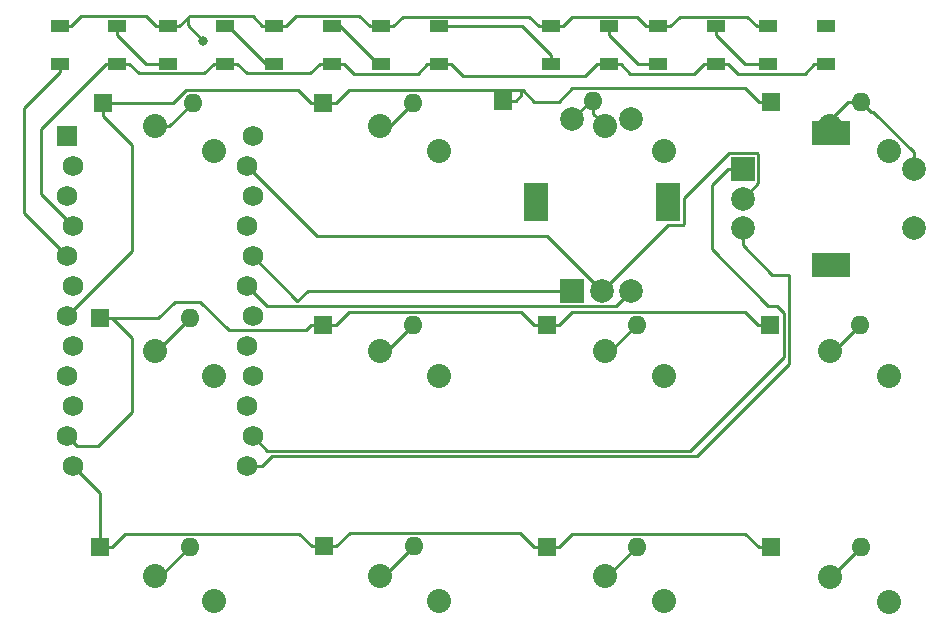
<source format=gbr>
G04 #@! TF.GenerationSoftware,KiCad,Pcbnew,(5.0.2)-1*
G04 #@! TF.CreationDate,2019-01-27T16:06:26-05:00*
G04 #@! TF.ProjectId,4x5macro,3478356d-6163-4726-9f2e-6b696361645f,rev?*
G04 #@! TF.SameCoordinates,Original*
G04 #@! TF.FileFunction,Copper,L1,Top*
G04 #@! TF.FilePolarity,Positive*
%FSLAX46Y46*%
G04 Gerber Fmt 4.6, Leading zero omitted, Abs format (unit mm)*
G04 Created by KiCad (PCBNEW (5.0.2)-1) date 1/27/2019 4:06:26 PM*
%MOMM*%
%LPD*%
G01*
G04 APERTURE LIST*
G04 #@! TA.AperFunction,ComponentPad*
%ADD10C,2.032000*%
G04 #@! TD*
G04 #@! TA.AperFunction,ComponentPad*
%ADD11R,2.000000X2.000000*%
G04 #@! TD*
G04 #@! TA.AperFunction,ComponentPad*
%ADD12C,2.000000*%
G04 #@! TD*
G04 #@! TA.AperFunction,ComponentPad*
%ADD13R,2.000000X3.200000*%
G04 #@! TD*
G04 #@! TA.AperFunction,ComponentPad*
%ADD14R,3.200000X2.000000*%
G04 #@! TD*
G04 #@! TA.AperFunction,ComponentPad*
%ADD15C,1.752600*%
G04 #@! TD*
G04 #@! TA.AperFunction,ComponentPad*
%ADD16R,1.752600X1.752600*%
G04 #@! TD*
G04 #@! TA.AperFunction,ComponentPad*
%ADD17R,1.600000X1.600000*%
G04 #@! TD*
G04 #@! TA.AperFunction,ComponentPad*
%ADD18O,1.600000X1.600000*%
G04 #@! TD*
G04 #@! TA.AperFunction,SMDPad,CuDef*
%ADD19R,1.500000X1.000000*%
G04 #@! TD*
G04 #@! TA.AperFunction,ViaPad*
%ADD20C,0.800000*%
G04 #@! TD*
G04 #@! TA.AperFunction,Conductor*
%ADD21C,0.250000*%
G04 #@! TD*
G04 APERTURE END LIST*
D10*
G04 #@! TO.P,SW9,1*
G04 #@! TO.N,Net-(D8-Pad2)*
X77724000Y-47059000D03*
G04 #@! TO.P,SW9,2*
G04 #@! TO.N,Net-(SW1-PadS1)*
X82724000Y-49159000D03*
G04 #@! TD*
D11*
G04 #@! TO.P,SW1,A*
G04 #@! TO.N,Net-(SW1-PadA)*
X74930000Y-41910000D03*
D12*
G04 #@! TO.P,SW1,C*
G04 #@! TO.N,Net-(SW1-PadC)*
X77430000Y-41910000D03*
G04 #@! TO.P,SW1,B*
G04 #@! TO.N,Net-(SW1-PadB)*
X79930000Y-41910000D03*
D13*
G04 #@! TO.P,SW1,MP*
G04 #@! TO.N,N/C*
X71830000Y-34410000D03*
X83030000Y-34410000D03*
D12*
G04 #@! TO.P,SW1,S2*
G04 #@! TO.N,Net-(D7-Pad2)*
X74930000Y-27410000D03*
G04 #@! TO.P,SW1,S1*
G04 #@! TO.N,Net-(SW1-PadS1)*
X79930000Y-27410000D03*
G04 #@! TD*
D11*
G04 #@! TO.P,SW14,A*
G04 #@! TO.N,Net-(SW14-PadA)*
X89344500Y-31623000D03*
D12*
G04 #@! TO.P,SW14,C*
G04 #@! TO.N,Net-(SW1-PadC)*
X89344500Y-34123000D03*
G04 #@! TO.P,SW14,B*
G04 #@! TO.N,Net-(SW14-PadB)*
X89344500Y-36623000D03*
D14*
G04 #@! TO.P,SW14,MP*
G04 #@! TO.N,N/C*
X96844500Y-28523000D03*
X96844500Y-39723000D03*
D12*
G04 #@! TO.P,SW14,S2*
G04 #@! TO.N,Net-(D10-Pad2)*
X103844500Y-31623000D03*
G04 #@! TO.P,SW14,S1*
G04 #@! TO.N,Net-(SW11-Pad2)*
X103844500Y-36623000D03*
G04 #@! TD*
D10*
G04 #@! TO.P,SW7,1*
G04 #@! TO.N,Net-(D6-Pad2)*
X58610500Y-66109000D03*
G04 #@! TO.P,SW7,2*
G04 #@! TO.N,Net-(SW5-Pad2)*
X63610500Y-68209000D03*
G04 #@! TD*
D15*
G04 #@! TO.P,U1,24*
G04 #@! TO.N,Net-(U1-Pad24)*
X47853600Y-28829000D03*
G04 #@! TO.P,U1,12*
G04 #@! TO.N,Net-(D12-Pad1)*
X32613600Y-56769000D03*
G04 #@! TO.P,U1,23*
G04 #@! TO.N,Net-(SW1-PadC)*
X47396400Y-31369000D03*
G04 #@! TO.P,U1,22*
G04 #@! TO.N,Net-(U1-Pad22)*
X47853600Y-33909000D03*
G04 #@! TO.P,U1,21*
G04 #@! TO.N,Net-(D13-Pad3)*
X47396400Y-36449000D03*
G04 #@! TO.P,U1,20*
G04 #@! TO.N,Net-(SW1-PadA)*
X47853600Y-38989000D03*
G04 #@! TO.P,U1,19*
G04 #@! TO.N,Net-(SW1-PadB)*
X47396400Y-41529000D03*
G04 #@! TO.P,U1,18*
G04 #@! TO.N,Net-(SW11-Pad2)*
X47853600Y-44069000D03*
G04 #@! TO.P,U1,17*
G04 #@! TO.N,Net-(SW1-PadS1)*
X47396400Y-46609000D03*
G04 #@! TO.P,U1,16*
G04 #@! TO.N,Net-(SW5-Pad2)*
X47853600Y-49149000D03*
G04 #@! TO.P,U1,15*
G04 #@! TO.N,Net-(SW2-Pad2)*
X47396400Y-51689000D03*
G04 #@! TO.P,U1,14*
G04 #@! TO.N,Net-(SW14-PadA)*
X47853600Y-54229000D03*
G04 #@! TO.P,U1,13*
G04 #@! TO.N,Net-(SW14-PadB)*
X47396400Y-56769000D03*
G04 #@! TO.P,U1,11*
G04 #@! TO.N,Net-(D11-Pad1)*
X32156400Y-54229000D03*
G04 #@! TO.P,U1,10*
G04 #@! TO.N,Net-(U1-Pad10)*
X32613600Y-51689000D03*
G04 #@! TO.P,U1,9*
G04 #@! TO.N,Net-(U1-Pad9)*
X32156400Y-49149000D03*
G04 #@! TO.P,U1,8*
G04 #@! TO.N,Net-(U1-Pad8)*
X32613600Y-46609000D03*
G04 #@! TO.P,U1,7*
G04 #@! TO.N,Net-(D1-Pad1)*
X32156400Y-44069000D03*
G04 #@! TO.P,U1,6*
G04 #@! TO.N,Net-(U1-Pad6)*
X32613600Y-41529000D03*
G04 #@! TO.P,U1,5*
G04 #@! TO.N,Net-(D13-Pad4)*
X32156400Y-38989000D03*
G04 #@! TO.P,U1,4*
G04 #@! TO.N,Net-(D13-Pad1)*
X32613600Y-36449000D03*
G04 #@! TO.P,U1,3*
G04 #@! TO.N,Net-(U1-Pad3)*
X32156400Y-33909000D03*
G04 #@! TO.P,U1,2*
G04 #@! TO.N,Net-(U1-Pad2)*
X32613600Y-31369000D03*
D16*
G04 #@! TO.P,U1,1*
G04 #@! TO.N,Net-(U1-Pad1)*
X32156400Y-28829000D03*
G04 #@! TD*
D10*
G04 #@! TO.P,SW4,1*
G04 #@! TO.N,Net-(D3-Pad2)*
X39624000Y-66109000D03*
G04 #@! TO.P,SW4,2*
G04 #@! TO.N,Net-(SW2-Pad2)*
X44624000Y-68209000D03*
G04 #@! TD*
G04 #@! TO.P,SW6,1*
G04 #@! TO.N,Net-(D5-Pad2)*
X58610500Y-47059000D03*
G04 #@! TO.P,SW6,2*
G04 #@! TO.N,Net-(SW5-Pad2)*
X63610500Y-49159000D03*
G04 #@! TD*
D17*
G04 #@! TO.P,D11,1*
G04 #@! TO.N,Net-(D11-Pad1)*
X91694000Y-44831000D03*
D18*
G04 #@! TO.P,D11,2*
G04 #@! TO.N,Net-(D11-Pad2)*
X99314000Y-44831000D03*
G04 #@! TD*
D10*
G04 #@! TO.P,SW11,1*
G04 #@! TO.N,Net-(D10-Pad2)*
X96774000Y-28009000D03*
G04 #@! TO.P,SW11,2*
G04 #@! TO.N,Net-(SW11-Pad2)*
X101774000Y-30109000D03*
G04 #@! TD*
G04 #@! TO.P,SW3,1*
G04 #@! TO.N,Net-(D2-Pad2)*
X39560500Y-47059000D03*
G04 #@! TO.P,SW3,2*
G04 #@! TO.N,Net-(SW2-Pad2)*
X44560500Y-49159000D03*
G04 #@! TD*
G04 #@! TO.P,SW2,1*
G04 #@! TO.N,Net-(D1-Pad2)*
X39560500Y-28009000D03*
G04 #@! TO.P,SW2,2*
G04 #@! TO.N,Net-(SW2-Pad2)*
X44560500Y-30109000D03*
G04 #@! TD*
G04 #@! TO.P,SW5,1*
G04 #@! TO.N,Net-(D4-Pad2)*
X58674000Y-28009000D03*
G04 #@! TO.P,SW5,2*
G04 #@! TO.N,Net-(SW5-Pad2)*
X63674000Y-30109000D03*
G04 #@! TD*
G04 #@! TO.P,SW8,1*
G04 #@! TO.N,Net-(D7-Pad2)*
X77660500Y-28009000D03*
G04 #@! TO.P,SW8,2*
G04 #@! TO.N,Net-(SW1-PadS1)*
X82660500Y-30109000D03*
G04 #@! TD*
G04 #@! TO.P,SW10,1*
G04 #@! TO.N,Net-(D9-Pad2)*
X77660500Y-66109000D03*
G04 #@! TO.P,SW10,2*
G04 #@! TO.N,Net-(SW1-PadS1)*
X82660500Y-68209000D03*
G04 #@! TD*
G04 #@! TO.P,SW12,1*
G04 #@! TO.N,Net-(D11-Pad2)*
X96710500Y-47059000D03*
G04 #@! TO.P,SW12,2*
G04 #@! TO.N,Net-(SW11-Pad2)*
X101710500Y-49159000D03*
G04 #@! TD*
G04 #@! TO.P,SW13,1*
G04 #@! TO.N,Net-(D12-Pad2)*
X96774000Y-66172500D03*
G04 #@! TO.P,SW13,2*
G04 #@! TO.N,Net-(SW11-Pad2)*
X101774000Y-68272500D03*
G04 #@! TD*
D17*
G04 #@! TO.P,D1,1*
G04 #@! TO.N,Net-(D1-Pad1)*
X35179000Y-26035000D03*
D18*
G04 #@! TO.P,D1,2*
G04 #@! TO.N,Net-(D1-Pad2)*
X42799000Y-26035000D03*
G04 #@! TD*
G04 #@! TO.P,D2,2*
G04 #@! TO.N,Net-(D2-Pad2)*
X42545000Y-44259500D03*
D17*
G04 #@! TO.P,D2,1*
G04 #@! TO.N,Net-(D11-Pad1)*
X34925000Y-44259500D03*
G04 #@! TD*
D18*
G04 #@! TO.P,D3,2*
G04 #@! TO.N,Net-(D3-Pad2)*
X42545000Y-63627000D03*
D17*
G04 #@! TO.P,D3,1*
G04 #@! TO.N,Net-(D12-Pad1)*
X34925000Y-63627000D03*
G04 #@! TD*
G04 #@! TO.P,D4,1*
G04 #@! TO.N,Net-(D1-Pad1)*
X53848000Y-26035000D03*
D18*
G04 #@! TO.P,D4,2*
G04 #@! TO.N,Net-(D4-Pad2)*
X61468000Y-26035000D03*
G04 #@! TD*
D17*
G04 #@! TO.P,D5,1*
G04 #@! TO.N,Net-(D11-Pad1)*
X53848000Y-44831000D03*
D18*
G04 #@! TO.P,D5,2*
G04 #@! TO.N,Net-(D5-Pad2)*
X61468000Y-44831000D03*
G04 #@! TD*
D17*
G04 #@! TO.P,D6,1*
G04 #@! TO.N,Net-(D12-Pad1)*
X53911500Y-63563500D03*
D18*
G04 #@! TO.P,D6,2*
G04 #@! TO.N,Net-(D6-Pad2)*
X61531500Y-63563500D03*
G04 #@! TD*
D17*
G04 #@! TO.P,D7,1*
G04 #@! TO.N,Net-(D1-Pad1)*
X69088000Y-25844500D03*
D18*
G04 #@! TO.P,D7,2*
G04 #@! TO.N,Net-(D7-Pad2)*
X76708000Y-25844500D03*
G04 #@! TD*
G04 #@! TO.P,D8,2*
G04 #@! TO.N,Net-(D8-Pad2)*
X80391000Y-44831000D03*
D17*
G04 #@! TO.P,D8,1*
G04 #@! TO.N,Net-(D11-Pad1)*
X72771000Y-44831000D03*
G04 #@! TD*
D18*
G04 #@! TO.P,D9,2*
G04 #@! TO.N,Net-(D9-Pad2)*
X80391000Y-63627000D03*
D17*
G04 #@! TO.P,D9,1*
G04 #@! TO.N,Net-(D12-Pad1)*
X72771000Y-63627000D03*
G04 #@! TD*
D18*
G04 #@! TO.P,D10,2*
G04 #@! TO.N,Net-(D10-Pad2)*
X99377500Y-25971500D03*
D17*
G04 #@! TO.P,D10,1*
G04 #@! TO.N,Net-(D1-Pad1)*
X91757500Y-25971500D03*
G04 #@! TD*
D18*
G04 #@! TO.P,D12,2*
G04 #@! TO.N,Net-(D12-Pad2)*
X99377500Y-63627000D03*
D17*
G04 #@! TO.P,D12,1*
G04 #@! TO.N,Net-(D12-Pad1)*
X91757500Y-63627000D03*
G04 #@! TD*
D19*
G04 #@! TO.P,D13,3*
G04 #@! TO.N,Net-(D13-Pad3)*
X31522500Y-19482000D03*
G04 #@! TO.P,D13,4*
G04 #@! TO.N,Net-(D13-Pad4)*
X31522500Y-22682000D03*
G04 #@! TO.P,D13,2*
G04 #@! TO.N,Net-(D13-Pad2)*
X36422500Y-19482000D03*
G04 #@! TO.P,D13,1*
G04 #@! TO.N,Net-(D13-Pad1)*
X36422500Y-22682000D03*
G04 #@! TD*
G04 #@! TO.P,D14,1*
G04 #@! TO.N,Net-(D13-Pad1)*
X45566500Y-22682000D03*
G04 #@! TO.P,D14,2*
G04 #@! TO.N,Net-(D14-Pad2)*
X45566500Y-19482000D03*
G04 #@! TO.P,D14,4*
G04 #@! TO.N,Net-(D13-Pad2)*
X40666500Y-22682000D03*
G04 #@! TO.P,D14,3*
G04 #@! TO.N,Net-(D13-Pad3)*
X40666500Y-19482000D03*
G04 #@! TD*
G04 #@! TO.P,D15,3*
G04 #@! TO.N,Net-(D13-Pad3)*
X49683500Y-19482000D03*
G04 #@! TO.P,D15,4*
G04 #@! TO.N,Net-(D14-Pad2)*
X49683500Y-22682000D03*
G04 #@! TO.P,D15,2*
G04 #@! TO.N,Net-(D15-Pad2)*
X54583500Y-19482000D03*
G04 #@! TO.P,D15,1*
G04 #@! TO.N,Net-(D13-Pad1)*
X54583500Y-22682000D03*
G04 #@! TD*
G04 #@! TO.P,D16,1*
G04 #@! TO.N,Net-(D13-Pad1)*
X63664000Y-22745500D03*
G04 #@! TO.P,D16,2*
G04 #@! TO.N,Net-(D16-Pad2)*
X63664000Y-19545500D03*
G04 #@! TO.P,D16,4*
G04 #@! TO.N,Net-(D15-Pad2)*
X58764000Y-22745500D03*
G04 #@! TO.P,D16,3*
G04 #@! TO.N,Net-(D13-Pad3)*
X58764000Y-19545500D03*
G04 #@! TD*
G04 #@! TO.P,D17,3*
G04 #@! TO.N,Net-(D13-Pad3)*
X73115000Y-19545500D03*
G04 #@! TO.P,D17,4*
G04 #@! TO.N,Net-(D16-Pad2)*
X73115000Y-22745500D03*
G04 #@! TO.P,D17,2*
G04 #@! TO.N,Net-(D17-Pad2)*
X78015000Y-19545500D03*
G04 #@! TO.P,D17,1*
G04 #@! TO.N,Net-(D13-Pad1)*
X78015000Y-22745500D03*
G04 #@! TD*
G04 #@! TO.P,D18,1*
G04 #@! TO.N,Net-(D13-Pad1)*
X87095500Y-22745500D03*
G04 #@! TO.P,D18,2*
G04 #@! TO.N,Net-(D18-Pad2)*
X87095500Y-19545500D03*
G04 #@! TO.P,D18,4*
G04 #@! TO.N,Net-(D17-Pad2)*
X82195500Y-22745500D03*
G04 #@! TO.P,D18,3*
G04 #@! TO.N,Net-(D13-Pad3)*
X82195500Y-19545500D03*
G04 #@! TD*
G04 #@! TO.P,D19,3*
G04 #@! TO.N,Net-(D13-Pad3)*
X91530000Y-19545500D03*
G04 #@! TO.P,D19,4*
G04 #@! TO.N,Net-(D18-Pad2)*
X91530000Y-22745500D03*
G04 #@! TO.P,D19,2*
G04 #@! TO.N,Net-(D19-Pad2)*
X96430000Y-19545500D03*
G04 #@! TO.P,D19,1*
G04 #@! TO.N,Net-(D13-Pad1)*
X96430000Y-22745500D03*
G04 #@! TD*
D20*
G04 #@! TO.N,Net-(D13-Pad3)*
X43688000Y-20764500D03*
G04 #@! TD*
D21*
G04 #@! TO.N,*
X71479501Y-33001499D02*
X71294499Y-33186501D01*
G04 #@! TO.N,Net-(D1-Pad1)*
X52798000Y-26035000D02*
X53848000Y-26035000D01*
X51672999Y-24909999D02*
X52798000Y-26035000D01*
X42258999Y-24909999D02*
X51672999Y-24909999D01*
X41133998Y-26035000D02*
X42258999Y-24909999D01*
X35179000Y-26035000D02*
X41133998Y-26035000D01*
X71721000Y-25908000D02*
X72771000Y-25908000D01*
X70722999Y-24909999D02*
X71721000Y-25908000D01*
X54898000Y-26035000D02*
X56023001Y-24909999D01*
X53848000Y-26035000D02*
X54898000Y-26035000D01*
X90707500Y-25971500D02*
X91757500Y-25971500D01*
X89518999Y-24782999D02*
X90707500Y-25971500D01*
X74946001Y-24782999D02*
X89518999Y-24782999D01*
X73821000Y-25908000D02*
X74946001Y-24782999D01*
X72771000Y-25908000D02*
X73821000Y-25908000D01*
X35179000Y-27085000D02*
X35179000Y-26035000D01*
X37663001Y-29569001D02*
X35179000Y-27085000D01*
X37663001Y-38562399D02*
X37663001Y-29569001D01*
X32156400Y-44069000D02*
X37663001Y-38562399D01*
X70612000Y-25370500D02*
X70612000Y-24909999D01*
X70138000Y-25844500D02*
X70612000Y-25370500D01*
X69088000Y-25844500D02*
X70138000Y-25844500D01*
X56023001Y-24909999D02*
X70612000Y-24909999D01*
X70612000Y-24909999D02*
X70722999Y-24909999D01*
G04 #@! TO.N,Net-(D1-Pad2)*
X40825000Y-28009000D02*
X39560500Y-28009000D01*
X42799000Y-26035000D02*
X40825000Y-28009000D01*
G04 #@! TO.N,Net-(D2-Pad2)*
X39745500Y-47059000D02*
X39560500Y-47059000D01*
X42545000Y-44259500D02*
X39745500Y-47059000D01*
G04 #@! TO.N,Net-(D11-Pad1)*
X71721000Y-44831000D02*
X72771000Y-44831000D01*
X70595999Y-43705999D02*
X71721000Y-44831000D01*
X56023001Y-43705999D02*
X70595999Y-43705999D01*
X54898000Y-44831000D02*
X56023001Y-43705999D01*
X53848000Y-44831000D02*
X54898000Y-44831000D01*
X90644000Y-44831000D02*
X91694000Y-44831000D01*
X89518999Y-43705999D02*
X90644000Y-44831000D01*
X74946001Y-43705999D02*
X89518999Y-43705999D01*
X73821000Y-44831000D02*
X74946001Y-43705999D01*
X72771000Y-44831000D02*
X73821000Y-44831000D01*
X45836602Y-45270301D02*
X43434000Y-42867699D01*
X52358699Y-45270301D02*
X45836602Y-45270301D01*
X52798000Y-44831000D02*
X52358699Y-45270301D01*
X53848000Y-44831000D02*
X52798000Y-44831000D01*
X39883199Y-44259500D02*
X34925000Y-44259500D01*
X41275000Y-42867699D02*
X39883199Y-44259500D01*
X41275000Y-42867699D02*
X43434000Y-42867699D01*
X33032699Y-55105299D02*
X32156400Y-54229000D01*
X34782203Y-55105299D02*
X33032699Y-55105299D01*
X37663001Y-52224501D02*
X34782203Y-55105299D01*
X37663001Y-45947501D02*
X37663001Y-52224501D01*
X35975000Y-44259500D02*
X37663001Y-45947501D01*
X34925000Y-44259500D02*
X35975000Y-44259500D01*
G04 #@! TO.N,Net-(D3-Pad2)*
X40063000Y-66109000D02*
X39624000Y-66109000D01*
X42545000Y-63627000D02*
X40063000Y-66109000D01*
G04 #@! TO.N,Net-(D12-Pad1)*
X71721000Y-63627000D02*
X72771000Y-63627000D01*
X70532499Y-62438499D02*
X71721000Y-63627000D01*
X56086501Y-62438499D02*
X70532499Y-62438499D01*
X54961500Y-63563500D02*
X56086501Y-62438499D01*
X53911500Y-63563500D02*
X54961500Y-63563500D01*
X90707500Y-63627000D02*
X91757500Y-63627000D01*
X89582499Y-62501999D02*
X90707500Y-63627000D01*
X74946001Y-62501999D02*
X89582499Y-62501999D01*
X73821000Y-63627000D02*
X74946001Y-62501999D01*
X72771000Y-63627000D02*
X73821000Y-63627000D01*
X37100001Y-62501999D02*
X51799999Y-62501999D01*
X35975000Y-63627000D02*
X37100001Y-62501999D01*
X34925000Y-63627000D02*
X35975000Y-63627000D01*
X52861500Y-63563500D02*
X53911500Y-63563500D01*
X51799999Y-62501999D02*
X52861500Y-63563500D01*
X34925000Y-59080400D02*
X34925000Y-63627000D01*
X32613600Y-56769000D02*
X34925000Y-59080400D01*
G04 #@! TO.N,Net-(D4-Pad2)*
X59494000Y-28009000D02*
X58674000Y-28009000D01*
X61468000Y-26035000D02*
X59494000Y-28009000D01*
G04 #@! TO.N,Net-(D5-Pad2)*
X59240000Y-47059000D02*
X58610500Y-47059000D01*
X61468000Y-44831000D02*
X59240000Y-47059000D01*
G04 #@! TO.N,Net-(D6-Pad2)*
X61468000Y-63627000D02*
X61531500Y-63563500D01*
X58986000Y-66109000D02*
X58610500Y-66109000D01*
X61531500Y-63563500D02*
X58986000Y-66109000D01*
G04 #@! TO.N,Net-(D7-Pad2)*
X76495500Y-25844500D02*
X74930000Y-27410000D01*
X76708000Y-25844500D02*
X76495500Y-25844500D01*
X77660500Y-27928370D02*
X77660500Y-28009000D01*
X76708000Y-26975870D02*
X77660500Y-27928370D01*
X76708000Y-25844500D02*
X76708000Y-26975870D01*
G04 #@! TO.N,Net-(D8-Pad2)*
X78163000Y-47059000D02*
X77724000Y-47059000D01*
X80391000Y-44831000D02*
X78163000Y-47059000D01*
G04 #@! TO.N,Net-(D9-Pad2)*
X77909000Y-66109000D02*
X77660500Y-66109000D01*
X80391000Y-63627000D02*
X77909000Y-66109000D01*
G04 #@! TO.N,Net-(D10-Pad2)*
X98246130Y-25971500D02*
X97019631Y-27197999D01*
X99377500Y-25971500D02*
X98246130Y-25971500D01*
X100177499Y-26771499D02*
X99377500Y-25971500D01*
X100407212Y-26771499D02*
X100177499Y-26771499D01*
X103844500Y-30208787D02*
X100407212Y-26771499D01*
X103844500Y-31623000D02*
X103844500Y-30208787D01*
G04 #@! TO.N,Net-(D11-Pad2)*
X97086000Y-47059000D02*
X96710500Y-47059000D01*
X99314000Y-44831000D02*
X97086000Y-47059000D01*
G04 #@! TO.N,Net-(D12-Pad2)*
X99314000Y-63690500D02*
X99377500Y-63627000D01*
X96832000Y-66172500D02*
X96774000Y-66172500D01*
X99377500Y-63627000D02*
X96832000Y-66172500D01*
G04 #@! TO.N,Net-(SW1-PadB)*
X48272699Y-42405299D02*
X47396400Y-41529000D01*
X49102401Y-43235001D02*
X48272699Y-42405299D01*
X78604999Y-43235001D02*
X49102401Y-43235001D01*
X79930000Y-41910000D02*
X78604999Y-43235001D01*
G04 #@! TO.N,Net-(SW1-PadC)*
X90669501Y-30362999D02*
X90532502Y-30226000D01*
X90669501Y-32797999D02*
X90669501Y-30362999D01*
X89344500Y-34123000D02*
X90669501Y-32797999D01*
X78429999Y-40910001D02*
X77430000Y-41910000D01*
X83004999Y-36335001D02*
X78429999Y-40910001D01*
X84290001Y-36335001D02*
X83004999Y-36335001D01*
X84355001Y-36270001D02*
X84290001Y-36335001D01*
X84355001Y-34027497D02*
X84355001Y-36270001D01*
X88156498Y-30226000D02*
X84355001Y-34027497D01*
X90532502Y-30226000D02*
X88156498Y-30226000D01*
X48272699Y-32245299D02*
X47396400Y-31369000D01*
X53316099Y-37288699D02*
X48272699Y-32245299D01*
X72808699Y-37288699D02*
X53316099Y-37288699D01*
X77430000Y-41910000D02*
X72808699Y-37288699D01*
G04 #@! TO.N,Net-(SW1-PadA)*
X47853600Y-38989000D02*
X51649591Y-42784991D01*
X52524582Y-41910000D02*
X74930000Y-41910000D01*
X51649591Y-42784991D02*
X52524582Y-41910000D01*
G04 #@! TO.N,Net-(SW14-PadA)*
X88094500Y-31623000D02*
X86741000Y-32976500D01*
X89344500Y-31623000D02*
X88094500Y-31623000D01*
X86741000Y-32976500D02*
X86741000Y-38417500D01*
X86741000Y-38417500D02*
X91503500Y-43180000D01*
X92819001Y-43770999D02*
X92819001Y-47515999D01*
X91503500Y-43180000D02*
X92228002Y-43180000D01*
X92228002Y-43180000D02*
X92819001Y-43770999D01*
X92819001Y-47515999D02*
X84866599Y-55468401D01*
X49093001Y-55468401D02*
X47853600Y-54229000D01*
X53213000Y-55468401D02*
X49093001Y-55468401D01*
X53213000Y-55468401D02*
X52356901Y-55468401D01*
X84866599Y-55468401D02*
X53213000Y-55468401D01*
G04 #@! TO.N,Net-(SW14-PadB)*
X48635675Y-56769000D02*
X47396400Y-56769000D01*
X89344500Y-36623000D02*
X89344500Y-38037213D01*
X91867287Y-40560000D02*
X93281500Y-40560000D01*
X93281500Y-40560000D02*
X93281500Y-48119358D01*
X49486264Y-55918411D02*
X48635675Y-56769000D01*
X89344500Y-38037213D02*
X91867287Y-40560000D01*
X93281500Y-48119358D02*
X85482447Y-55918411D01*
X85482447Y-55918411D02*
X49486264Y-55918411D01*
G04 #@! TO.N,Net-(D13-Pad3)*
X39666500Y-19482000D02*
X40666500Y-19482000D01*
X38841499Y-18656999D02*
X39666500Y-19482000D01*
X33347501Y-18656999D02*
X38841499Y-18656999D01*
X32522500Y-19482000D02*
X33347501Y-18656999D01*
X31522500Y-19482000D02*
X32522500Y-19482000D01*
X48683500Y-19482000D02*
X49683500Y-19482000D01*
X47858499Y-18656999D02*
X48683500Y-19482000D01*
X42491501Y-18656999D02*
X47858499Y-18656999D01*
X40666500Y-19482000D02*
X41666500Y-19482000D01*
X57764000Y-19545500D02*
X58764000Y-19545500D01*
X56875499Y-18656999D02*
X57764000Y-19545500D01*
X51508501Y-18656999D02*
X56875499Y-18656999D01*
X50683500Y-19482000D02*
X51508501Y-18656999D01*
X49683500Y-19482000D02*
X50683500Y-19482000D01*
X72115000Y-19545500D02*
X73115000Y-19545500D01*
X71289999Y-18720499D02*
X72115000Y-19545500D01*
X60589001Y-18720499D02*
X71289999Y-18720499D01*
X59764000Y-19545500D02*
X60589001Y-18720499D01*
X58764000Y-19545500D02*
X59764000Y-19545500D01*
X81195500Y-19545500D02*
X82195500Y-19545500D01*
X80370499Y-18720499D02*
X81195500Y-19545500D01*
X74940001Y-18720499D02*
X80370499Y-18720499D01*
X74115000Y-19545500D02*
X74940001Y-18720499D01*
X73115000Y-19545500D02*
X74115000Y-19545500D01*
X90530000Y-19545500D02*
X91530000Y-19545500D01*
X89704999Y-18720499D02*
X90530000Y-19545500D01*
X84020501Y-18720499D02*
X89704999Y-18720499D01*
X83195500Y-19545500D02*
X84020501Y-18720499D01*
X82195500Y-19545500D02*
X83195500Y-19545500D01*
X42352500Y-19429000D02*
X43688000Y-20764500D01*
X42352500Y-18796000D02*
X42352500Y-19429000D01*
X42352500Y-18796000D02*
X42491501Y-18656999D01*
X41666500Y-19482000D02*
X42352500Y-18796000D01*
G04 #@! TO.N,Net-(D13-Pad4)*
X31522500Y-23432000D02*
X28511500Y-26443000D01*
X31522500Y-22682000D02*
X31522500Y-23432000D01*
X28511500Y-35344100D02*
X32156400Y-38989000D01*
X28511500Y-26443000D02*
X28511500Y-35344100D01*
G04 #@! TO.N,Net-(D13-Pad2)*
X39666500Y-22682000D02*
X40666500Y-22682000D01*
X38872500Y-22682000D02*
X39666500Y-22682000D01*
X36422500Y-20232000D02*
X38872500Y-22682000D01*
X36422500Y-19482000D02*
X36422500Y-20232000D01*
G04 #@! TO.N,Net-(D13-Pad1)*
X88095500Y-22745500D02*
X87095500Y-22745500D01*
X88920501Y-23570501D02*
X88095500Y-22745500D01*
X94604999Y-23570501D02*
X88920501Y-23570501D01*
X95430000Y-22745500D02*
X94604999Y-23570501D01*
X96430000Y-22745500D02*
X95430000Y-22745500D01*
X79015000Y-22745500D02*
X78015000Y-22745500D01*
X79840001Y-23570501D02*
X79015000Y-22745500D01*
X85270499Y-23570501D02*
X79840001Y-23570501D01*
X86095500Y-22745500D02*
X85270499Y-23570501D01*
X87095500Y-22745500D02*
X86095500Y-22745500D01*
X64664000Y-22745500D02*
X63664000Y-22745500D01*
X65695501Y-23777001D02*
X64664000Y-22745500D01*
X75983499Y-23777001D02*
X65695501Y-23777001D01*
X77015000Y-22745500D02*
X75983499Y-23777001D01*
X78015000Y-22745500D02*
X77015000Y-22745500D01*
X55583500Y-22682000D02*
X54583500Y-22682000D01*
X56472001Y-23570501D02*
X55583500Y-22682000D01*
X61838999Y-23570501D02*
X56472001Y-23570501D01*
X62664000Y-22745500D02*
X61838999Y-23570501D01*
X63664000Y-22745500D02*
X62664000Y-22745500D01*
X46566500Y-22682000D02*
X45566500Y-22682000D01*
X47391501Y-23507001D02*
X46566500Y-22682000D01*
X52758499Y-23507001D02*
X47391501Y-23507001D01*
X53583500Y-22682000D02*
X52758499Y-23507001D01*
X54583500Y-22682000D02*
X53583500Y-22682000D01*
X37422500Y-22682000D02*
X36422500Y-22682000D01*
X38247501Y-23507001D02*
X37422500Y-22682000D01*
X43741499Y-23507001D02*
X38247501Y-23507001D01*
X44566500Y-22682000D02*
X43741499Y-23507001D01*
X45566500Y-22682000D02*
X44566500Y-22682000D01*
X35422500Y-22682000D02*
X34228500Y-23876000D01*
X36422500Y-22682000D02*
X35422500Y-22682000D01*
X34228500Y-23876000D02*
X34226500Y-23876000D01*
X34226500Y-23876000D02*
X29908500Y-28194000D01*
X29908500Y-33743900D02*
X32613600Y-36449000D01*
X29908500Y-28194000D02*
X29908500Y-33743900D01*
G04 #@! TO.N,Net-(D14-Pad2)*
X49016500Y-22682000D02*
X49683500Y-22682000D01*
X45816500Y-19482000D02*
X49016500Y-22682000D01*
X45566500Y-19482000D02*
X45816500Y-19482000D01*
G04 #@! TO.N,Net-(D15-Pad2)*
X58514000Y-22745500D02*
X58764000Y-22745500D01*
X55250500Y-19482000D02*
X58514000Y-22745500D01*
X54583500Y-19482000D02*
X55250500Y-19482000D01*
G04 #@! TO.N,Net-(D16-Pad2)*
X73115000Y-21995500D02*
X73115000Y-22745500D01*
X70665000Y-19545500D02*
X73115000Y-21995500D01*
X63664000Y-19545500D02*
X70665000Y-19545500D01*
G04 #@! TO.N,Net-(D17-Pad2)*
X81195500Y-22745500D02*
X82195500Y-22745500D01*
X80465000Y-22745500D02*
X81195500Y-22745500D01*
X78015000Y-20295500D02*
X80465000Y-22745500D01*
X78015000Y-19545500D02*
X78015000Y-20295500D01*
G04 #@! TO.N,Net-(D18-Pad2)*
X90530000Y-22745500D02*
X91530000Y-22745500D01*
X89545500Y-22745500D02*
X90530000Y-22745500D01*
X87095500Y-20295500D02*
X89545500Y-22745500D01*
X87095500Y-19545500D02*
X87095500Y-20295500D01*
G04 #@! TD*
M02*

</source>
